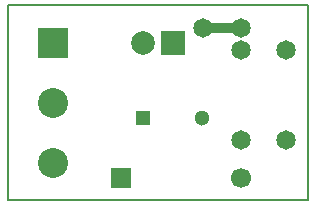
<source format=gbr>
G04 #@! TF.FileFunction,Copper,L1,Top,Signal*
%FSLAX46Y46*%
G04 Gerber Fmt 4.6, Leading zero omitted, Abs format (unit mm)*
G04 Created by KiCad (PCBNEW 4.0.0-rc1-stable) date 30/11/2015 21:11:26*
%MOMM*%
G01*
G04 APERTURE LIST*
%ADD10C,0.100000*%
%ADD11C,0.150000*%
%ADD12R,1.300000X1.300000*%
%ADD13C,1.300000*%
%ADD14R,2.000000X2.000000*%
%ADD15C,2.000000*%
%ADD16C,1.699260*%
%ADD17R,1.699260X1.699260*%
%ADD18R,2.540000X2.540000*%
%ADD19C,2.540000*%
%ADD20C,1.651000*%
%ADD21C,0.812800*%
G04 APERTURE END LIST*
D10*
D11*
X151765000Y-113665000D02*
X147955000Y-113665000D01*
X151765000Y-97155000D02*
X151765000Y-113665000D01*
X147955000Y-97155000D02*
X151765000Y-97155000D01*
X126365000Y-113665000D02*
X147955000Y-113665000D01*
X126365000Y-113030000D02*
X126365000Y-113665000D01*
X126365000Y-97155000D02*
X126365000Y-113030000D01*
X147955000Y-97155000D02*
X126365000Y-97155000D01*
D12*
X137795000Y-106680000D03*
D13*
X142795000Y-106680000D03*
D14*
X140335000Y-100330000D03*
D15*
X137795000Y-100330000D03*
D16*
X146050520Y-111757460D03*
D17*
X135890520Y-111757460D03*
D18*
X130175000Y-100330000D03*
D19*
X130175000Y-105410000D03*
X130175000Y-110490000D03*
D20*
X146050000Y-100965000D03*
X146050000Y-108585000D03*
X149860000Y-100965000D03*
X149860000Y-108585000D03*
X146050000Y-99060000D03*
X142875000Y-99060000D03*
D21*
X142875000Y-99060000D02*
X146050000Y-99060000D01*
M02*

</source>
